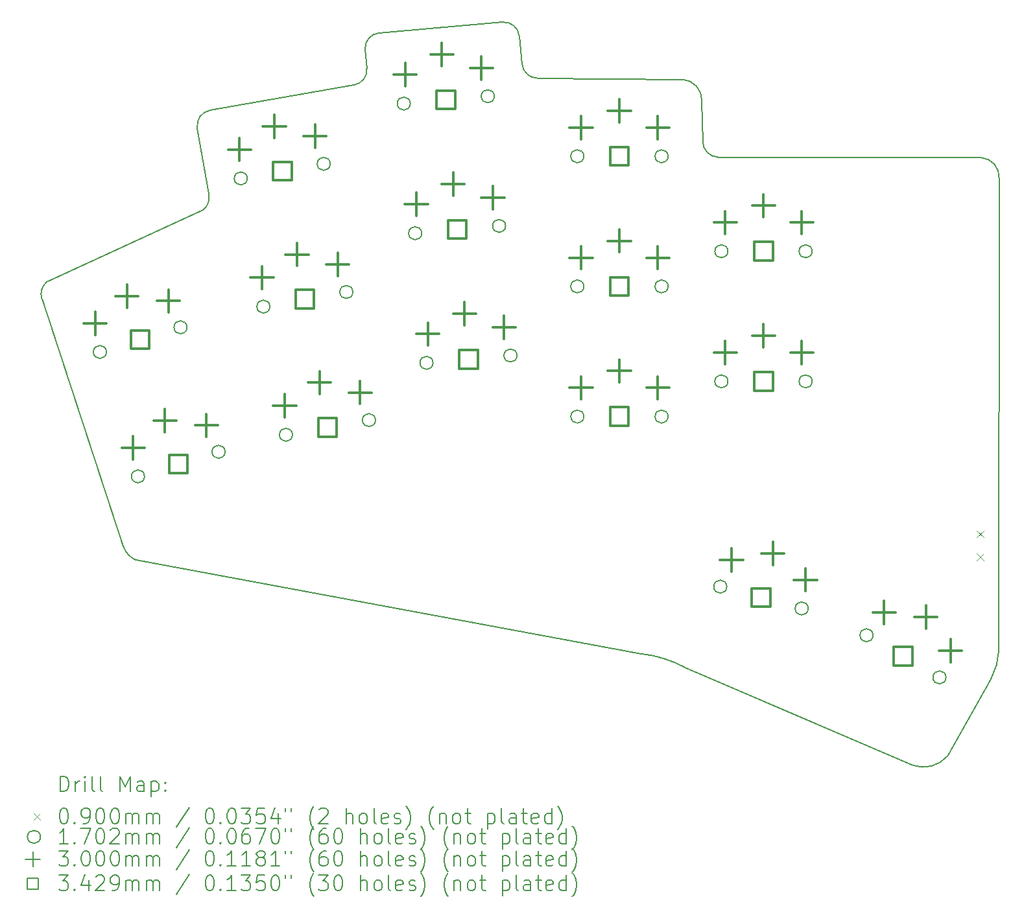
<source format=gbr>
%FSLAX45Y45*%
G04 Gerber Fmt 4.5, Leading zero omitted, Abs format (unit mm)*
G04 Created by KiCad (PCBNEW (6.0.4)) date 2022-05-15 06:42:23*
%MOMM*%
%LPD*%
G01*
G04 APERTURE LIST*
%TA.AperFunction,Profile*%
%ADD10C,0.150000*%
%TD*%
%ADD11C,0.200000*%
%ADD12C,0.090000*%
%ADD13C,0.170180*%
%ADD14C,0.300000*%
%ADD15C,0.342900*%
G04 APERTURE END LIST*
D10*
X6193308Y11268038D02*
X8077793Y11600323D01*
X12617390Y11393371D02*
G75*
G03*
X12363394Y11672771I-271530J8309D01*
G01*
X4064822Y9026729D02*
G75*
G03*
X4000538Y8804935I127368J-157129D01*
G01*
X4064821Y9026731D02*
X6108103Y9966950D01*
X10469953Y11689307D02*
X12363394Y11672771D01*
X12393664Y3992231D02*
G75*
G03*
X11825773Y4169035I-740934J-1379441D01*
G01*
X10270710Y11871876D02*
G75*
G03*
X10469953Y11689307I199250J17444D01*
G01*
X16260102Y10651714D02*
X12830714Y10656418D01*
X12627823Y10859110D02*
G75*
G03*
X12830714Y10656418I208327J5640D01*
G01*
X8402406Y12279469D02*
X10016242Y12420661D01*
X15374783Y2711632D02*
G75*
G03*
X15823066Y2832239I135507J389748D01*
G01*
X11825773Y4169035D02*
X5232567Y5391664D01*
X4000538Y8804935D02*
X5064080Y5574684D01*
X5064080Y5574684D02*
G75*
G03*
X5232567Y5391664I284371J92726D01*
G01*
X15374783Y2711631D02*
X12393663Y3992230D01*
X16390883Y3838022D02*
G75*
G03*
X16494826Y4216671I-780613J417878D01*
G01*
X8242303Y11814716D02*
X8220598Y12062799D01*
X6108103Y9966950D02*
G75*
G03*
X6182043Y10176232I-151733J171310D01*
G01*
X16494826Y4216671D02*
X16498230Y10381255D01*
X10232913Y12238854D02*
G75*
G03*
X10016242Y12420661I-199233J-17424D01*
G01*
X15823066Y2832239D02*
X16390883Y3838021D01*
X6031076Y11036347D02*
X6182043Y10176232D01*
X8077794Y11600323D02*
G75*
G03*
X8242303Y11814716I-34724J196957D01*
G01*
X12627819Y10859110D02*
X12617394Y11393371D01*
X16498224Y10381255D02*
G75*
G03*
X16260102Y10651714I-253545J16825D01*
G01*
X10232912Y12238854D02*
X10270714Y11871876D01*
X6193307Y11268044D02*
G75*
G03*
X6031076Y11036347I34733J-196964D01*
G01*
X8402407Y12279462D02*
G75*
G03*
X8220598Y12062799I17423J-199232D01*
G01*
D11*
D12*
X16205014Y5779462D02*
X16295014Y5689462D01*
X16295014Y5779462D02*
X16205014Y5689462D01*
X16205014Y5479462D02*
X16295014Y5389462D01*
X16295014Y5479462D02*
X16205014Y5389462D01*
D13*
X4843348Y8112192D02*
G75*
G03*
X4843348Y8112192I-85090J0D01*
G01*
X4843348Y8112192D02*
G75*
G03*
X4843348Y8112192I-85090J0D01*
G01*
X5340380Y6486474D02*
G75*
G03*
X5340380Y6486474I-85090J0D01*
G01*
X5340380Y6486474D02*
G75*
G03*
X5340380Y6486474I-85090J0D01*
G01*
X5895283Y8433801D02*
G75*
G03*
X5895283Y8433801I-85090J0D01*
G01*
X5895283Y8433801D02*
G75*
G03*
X5895283Y8433801I-85090J0D01*
G01*
X6392315Y6808083D02*
G75*
G03*
X6392315Y6808083I-85090J0D01*
G01*
X6392315Y6808083D02*
G75*
G03*
X6392315Y6808083I-85090J0D01*
G01*
X6682157Y10379000D02*
G75*
G03*
X6682157Y10379000I-85090J0D01*
G01*
X6682157Y10379000D02*
G75*
G03*
X6682157Y10379000I-85090J0D01*
G01*
X6977359Y8704827D02*
G75*
G03*
X6977359Y8704827I-85090J0D01*
G01*
X6977359Y8704827D02*
G75*
G03*
X6977359Y8704827I-85090J0D01*
G01*
X7272560Y7030654D02*
G75*
G03*
X7272560Y7030654I-85090J0D01*
G01*
X7272560Y7030654D02*
G75*
G03*
X7272560Y7030654I-85090J0D01*
G01*
X7765445Y10570013D02*
G75*
G03*
X7765445Y10570013I-85090J0D01*
G01*
X7765445Y10570013D02*
G75*
G03*
X7765445Y10570013I-85090J0D01*
G01*
X8060647Y8895840D02*
G75*
G03*
X8060647Y8895840I-85090J0D01*
G01*
X8060647Y8895840D02*
G75*
G03*
X8060647Y8895840I-85090J0D01*
G01*
X8355849Y7221667D02*
G75*
G03*
X8355849Y7221667I-85090J0D01*
G01*
X8355849Y7221667D02*
G75*
G03*
X8355849Y7221667I-85090J0D01*
G01*
X8811183Y11357012D02*
G75*
G03*
X8811183Y11357012I-85090J0D01*
G01*
X8811183Y11357012D02*
G75*
G03*
X8811183Y11357012I-85090J0D01*
G01*
X8959347Y9663481D02*
G75*
G03*
X8959347Y9663481I-85090J0D01*
G01*
X8959347Y9663481D02*
G75*
G03*
X8959347Y9663481I-85090J0D01*
G01*
X9107512Y7969950D02*
G75*
G03*
X9107512Y7969950I-85090J0D01*
G01*
X9107512Y7969950D02*
G75*
G03*
X9107512Y7969950I-85090J0D01*
G01*
X9906997Y11452883D02*
G75*
G03*
X9906997Y11452883I-85090J0D01*
G01*
X9906997Y11452883D02*
G75*
G03*
X9906997Y11452883I-85090J0D01*
G01*
X10055161Y9759352D02*
G75*
G03*
X10055161Y9759352I-85090J0D01*
G01*
X10055161Y9759352D02*
G75*
G03*
X10055161Y9759352I-85090J0D01*
G01*
X10203326Y8065821D02*
G75*
G03*
X10203326Y8065821I-85090J0D01*
G01*
X10203326Y8065821D02*
G75*
G03*
X10203326Y8065821I-85090J0D01*
G01*
X11076199Y10668602D02*
G75*
G03*
X11076199Y10668602I-85090J0D01*
G01*
X11076199Y10668602D02*
G75*
G03*
X11076199Y10668602I-85090J0D01*
G01*
X11076199Y8968602D02*
G75*
G03*
X11076199Y8968602I-85090J0D01*
G01*
X11076199Y8968602D02*
G75*
G03*
X11076199Y8968602I-85090J0D01*
G01*
X11076199Y7268602D02*
G75*
G03*
X11076199Y7268602I-85090J0D01*
G01*
X11076199Y7268602D02*
G75*
G03*
X11076199Y7268602I-85090J0D01*
G01*
X12176199Y10668602D02*
G75*
G03*
X12176199Y10668602I-85090J0D01*
G01*
X12176199Y10668602D02*
G75*
G03*
X12176199Y10668602I-85090J0D01*
G01*
X12176199Y8968602D02*
G75*
G03*
X12176199Y8968602I-85090J0D01*
G01*
X12176199Y8968602D02*
G75*
G03*
X12176199Y8968602I-85090J0D01*
G01*
X12176199Y7268602D02*
G75*
G03*
X12176199Y7268602I-85090J0D01*
G01*
X12176199Y7268602D02*
G75*
G03*
X12176199Y7268602I-85090J0D01*
G01*
X12942935Y5046224D02*
G75*
G03*
X12942935Y5046224I-85090J0D01*
G01*
X12942935Y5046224D02*
G75*
G03*
X12942935Y5046224I-85090J0D01*
G01*
X12956918Y9427885D02*
G75*
G03*
X12956918Y9427885I-85090J0D01*
G01*
X12956918Y9427885D02*
G75*
G03*
X12956918Y9427885I-85090J0D01*
G01*
X12956918Y7727885D02*
G75*
G03*
X12956918Y7727885I-85090J0D01*
G01*
X12956918Y7727885D02*
G75*
G03*
X12956918Y7727885I-85090J0D01*
G01*
X14005454Y4761523D02*
G75*
G03*
X14005454Y4761523I-85090J0D01*
G01*
X14005454Y4761523D02*
G75*
G03*
X14005454Y4761523I-85090J0D01*
G01*
X14056918Y9427885D02*
G75*
G03*
X14056918Y9427885I-85090J0D01*
G01*
X14056918Y9427885D02*
G75*
G03*
X14056918Y9427885I-85090J0D01*
G01*
X14056918Y7727885D02*
G75*
G03*
X14056918Y7727885I-85090J0D01*
G01*
X14056918Y7727885D02*
G75*
G03*
X14056918Y7727885I-85090J0D01*
G01*
X14851640Y4411021D02*
G75*
G03*
X14851640Y4411021I-85090J0D01*
G01*
X14851640Y4411021D02*
G75*
G03*
X14851640Y4411021I-85090J0D01*
G01*
X15804268Y3861021D02*
G75*
G03*
X15804268Y3861021I-85090J0D01*
G01*
X15804268Y3861021D02*
G75*
G03*
X15804268Y3861021I-85090J0D01*
G01*
D14*
X4696434Y8635425D02*
X4696434Y8335425D01*
X4546434Y8485425D02*
X4846434Y8485425D01*
X5110265Y8991998D02*
X5110265Y8691998D01*
X4960265Y8841998D02*
X5260265Y8841998D01*
X5110265Y8991998D02*
X5110265Y8691998D01*
X4960265Y8841998D02*
X5260265Y8841998D01*
X5193466Y7009707D02*
X5193466Y6709707D01*
X5043466Y6859707D02*
X5343466Y6859707D01*
X5607297Y7366279D02*
X5607297Y7066279D01*
X5457297Y7216279D02*
X5757297Y7216279D01*
X5607297Y7366279D02*
X5607297Y7066279D01*
X5457297Y7216279D02*
X5757297Y7216279D01*
X5652739Y8927796D02*
X5652739Y8627796D01*
X5502739Y8777796D02*
X5802739Y8777796D01*
X6149771Y7302078D02*
X6149771Y7002078D01*
X5999771Y7152078D02*
X6299771Y7152078D01*
X6581189Y10906986D02*
X6581189Y10606986D01*
X6431189Y10756986D02*
X6731189Y10756986D01*
X6876391Y9232812D02*
X6876391Y8932812D01*
X6726391Y9082812D02*
X7026391Y9082812D01*
X7035390Y11210467D02*
X7035390Y10910467D01*
X6885390Y11060467D02*
X7185390Y11060467D01*
X7035390Y11210467D02*
X7035390Y10910467D01*
X6885390Y11060467D02*
X7185390Y11060467D01*
X7171593Y7558639D02*
X7171593Y7258639D01*
X7021593Y7408639D02*
X7321593Y7408639D01*
X7330592Y9536294D02*
X7330592Y9236294D01*
X7180592Y9386294D02*
X7480592Y9386294D01*
X7330592Y9536294D02*
X7330592Y9236294D01*
X7180592Y9386294D02*
X7480592Y9386294D01*
X7565997Y11080634D02*
X7565997Y10780634D01*
X7415997Y10930634D02*
X7715997Y10930634D01*
X7625794Y7862121D02*
X7625794Y7562121D01*
X7475794Y7712121D02*
X7775794Y7712121D01*
X7625794Y7862121D02*
X7625794Y7562121D01*
X7475794Y7712121D02*
X7775794Y7712121D01*
X7861199Y9406461D02*
X7861199Y9106461D01*
X7711199Y9256461D02*
X8011199Y9256461D01*
X8156401Y7732287D02*
X8156401Y7432287D01*
X8006401Y7582287D02*
X8306401Y7582287D01*
X8743219Y11884943D02*
X8743219Y11584943D01*
X8593219Y11734943D02*
X8893219Y11734943D01*
X8891384Y10191412D02*
X8891384Y9891412D01*
X8741384Y10041412D02*
X9041384Y10041412D01*
X9039548Y8497881D02*
X9039548Y8197881D01*
X8889548Y8347881D02*
X9189548Y8347881D01*
X9222142Y12147683D02*
X9222142Y11847683D01*
X9072142Y11997683D02*
X9372142Y11997683D01*
X9222142Y12147683D02*
X9222142Y11847683D01*
X9072142Y11997683D02*
X9372142Y11997683D01*
X9370307Y10454153D02*
X9370307Y10154153D01*
X9220307Y10304153D02*
X9520307Y10304153D01*
X9370307Y10454153D02*
X9370307Y10154153D01*
X9220307Y10304153D02*
X9520307Y10304153D01*
X9518471Y8760622D02*
X9518471Y8460622D01*
X9368471Y8610622D02*
X9668471Y8610622D01*
X9518471Y8760622D02*
X9518471Y8460622D01*
X9368471Y8610622D02*
X9668471Y8610622D01*
X9739414Y11972099D02*
X9739414Y11672099D01*
X9589414Y11822099D02*
X9889414Y11822099D01*
X9887578Y10278568D02*
X9887578Y9978568D01*
X9737578Y10128568D02*
X10037578Y10128568D01*
X10035743Y8585037D02*
X10035743Y8285037D01*
X9885743Y8435037D02*
X10185743Y8435037D01*
X11041109Y11193602D02*
X11041109Y10893602D01*
X10891109Y11043602D02*
X11191109Y11043602D01*
X11041109Y9493602D02*
X11041109Y9193602D01*
X10891109Y9343602D02*
X11191109Y9343602D01*
X11041109Y7793602D02*
X11041109Y7493602D01*
X10891109Y7643602D02*
X11191109Y7643602D01*
X11541109Y11413602D02*
X11541109Y11113602D01*
X11391109Y11263602D02*
X11691109Y11263602D01*
X11541109Y11413602D02*
X11541109Y11113602D01*
X11391109Y11263602D02*
X11691109Y11263602D01*
X11541109Y9713602D02*
X11541109Y9413602D01*
X11391109Y9563602D02*
X11691109Y9563602D01*
X11541109Y9713602D02*
X11541109Y9413602D01*
X11391109Y9563602D02*
X11691109Y9563602D01*
X11541109Y8013602D02*
X11541109Y7713602D01*
X11391109Y7863602D02*
X11691109Y7863602D01*
X11541109Y8013602D02*
X11541109Y7713602D01*
X11391109Y7863602D02*
X11691109Y7863602D01*
X12041109Y11193602D02*
X12041109Y10893602D01*
X11891109Y11043602D02*
X12191109Y11043602D01*
X12041109Y9493602D02*
X12041109Y9193602D01*
X11891109Y9343602D02*
X12191109Y9343602D01*
X12041109Y7793602D02*
X12041109Y7493602D01*
X11891109Y7643602D02*
X12191109Y7643602D01*
X12921828Y9952885D02*
X12921828Y9652885D01*
X12771828Y9802885D02*
X13071828Y9802885D01*
X12921828Y8252885D02*
X12921828Y7952885D01*
X12771828Y8102885D02*
X13071828Y8102885D01*
X13003199Y5545506D02*
X13003199Y5245506D01*
X12853199Y5395506D02*
X13153199Y5395506D01*
X13421828Y10172885D02*
X13421828Y9872885D01*
X13271828Y10022885D02*
X13571828Y10022885D01*
X13421828Y10172885D02*
X13421828Y9872885D01*
X13271828Y10022885D02*
X13571828Y10022885D01*
X13421828Y8472885D02*
X13421828Y8172885D01*
X13271828Y8322885D02*
X13571828Y8322885D01*
X13421828Y8472885D02*
X13421828Y8172885D01*
X13271828Y8322885D02*
X13571828Y8322885D01*
X13543102Y5628600D02*
X13543102Y5328600D01*
X13393102Y5478600D02*
X13693102Y5478600D01*
X13543102Y5628600D02*
X13543102Y5328600D01*
X13393102Y5478600D02*
X13693102Y5478600D01*
X13921828Y9952885D02*
X13921828Y9652885D01*
X13771828Y9802885D02*
X14071828Y9802885D01*
X13921828Y8252885D02*
X13921828Y7952885D01*
X13771828Y8102885D02*
X14071828Y8102885D01*
X13969125Y5286687D02*
X13969125Y4986687D01*
X13819125Y5136687D02*
X14119125Y5136687D01*
X14997352Y4860781D02*
X14997352Y4560781D01*
X14847352Y4710781D02*
X15147352Y4710781D01*
X15540364Y4801306D02*
X15540364Y4501306D01*
X15390364Y4651306D02*
X15690364Y4651306D01*
X15540364Y4801306D02*
X15540364Y4501306D01*
X15390364Y4651306D02*
X15690364Y4651306D01*
X15863377Y4360781D02*
X15863377Y4060781D01*
X15713377Y4210781D02*
X16013377Y4210781D01*
D15*
X5405461Y8151762D02*
X5405461Y8394231D01*
X5162991Y8394231D01*
X5162991Y8151762D01*
X5405461Y8151762D01*
X5405461Y8151762D02*
X5405461Y8394231D01*
X5162991Y8394231D01*
X5162991Y8151762D01*
X5405461Y8151762D01*
X5902492Y6526044D02*
X5902492Y6768513D01*
X5660023Y6768513D01*
X5660023Y6526044D01*
X5902492Y6526044D01*
X5902492Y6526044D02*
X5902492Y6768513D01*
X5660023Y6768513D01*
X5660023Y6526044D01*
X5902492Y6526044D01*
X7259946Y10353272D02*
X7259946Y10595741D01*
X7017476Y10595741D01*
X7017476Y10353272D01*
X7259946Y10353272D01*
X7259946Y10353272D02*
X7259946Y10595741D01*
X7017476Y10595741D01*
X7017476Y10353272D01*
X7259946Y10353272D01*
X7555147Y8679099D02*
X7555147Y8921568D01*
X7312678Y8921568D01*
X7312678Y8679099D01*
X7555147Y8679099D01*
X7555147Y8679099D02*
X7555147Y8921568D01*
X7312678Y8921568D01*
X7312678Y8679099D01*
X7555147Y8679099D01*
X7850349Y7004926D02*
X7850349Y7247395D01*
X7607880Y7247395D01*
X7607880Y7004926D01*
X7850349Y7004926D01*
X7850349Y7004926D02*
X7850349Y7247395D01*
X7607880Y7247395D01*
X7607880Y7004926D01*
X7850349Y7004926D01*
X9395234Y11283713D02*
X9395234Y11526182D01*
X9152765Y11526182D01*
X9152765Y11283713D01*
X9395234Y11283713D01*
X9395234Y11283713D02*
X9395234Y11526182D01*
X9152765Y11526182D01*
X9152765Y11283713D01*
X9395234Y11283713D01*
X9543399Y9590182D02*
X9543399Y9832651D01*
X9300930Y9832651D01*
X9300930Y9590182D01*
X9543399Y9590182D01*
X9543399Y9590182D02*
X9543399Y9832651D01*
X9300930Y9832651D01*
X9300930Y9590182D01*
X9543399Y9590182D01*
X9691564Y7896651D02*
X9691564Y8139120D01*
X9449095Y8139120D01*
X9449095Y7896651D01*
X9691564Y7896651D01*
X9691564Y7896651D02*
X9691564Y8139120D01*
X9449095Y8139120D01*
X9449095Y7896651D01*
X9691564Y7896651D01*
X11662343Y10547367D02*
X11662343Y10789836D01*
X11419874Y10789836D01*
X11419874Y10547367D01*
X11662343Y10547367D01*
X11662343Y10547367D02*
X11662343Y10789836D01*
X11419874Y10789836D01*
X11419874Y10547367D01*
X11662343Y10547367D01*
X11662343Y8847367D02*
X11662343Y9089836D01*
X11419874Y9089836D01*
X11419874Y8847367D01*
X11662343Y8847367D01*
X11662343Y8847367D02*
X11662343Y9089836D01*
X11419874Y9089836D01*
X11419874Y8847367D01*
X11662343Y8847367D01*
X11662343Y7147367D02*
X11662343Y7389836D01*
X11419874Y7389836D01*
X11419874Y7147367D01*
X11662343Y7147367D01*
X11662343Y7147367D02*
X11662343Y7389836D01*
X11419874Y7389836D01*
X11419874Y7147367D01*
X11662343Y7147367D01*
X13510339Y4782639D02*
X13510339Y5025108D01*
X13267870Y5025108D01*
X13267870Y4782639D01*
X13510339Y4782639D01*
X13510339Y4782639D02*
X13510339Y5025108D01*
X13267870Y5025108D01*
X13267870Y4782639D01*
X13510339Y4782639D01*
X13543063Y9306651D02*
X13543063Y9549120D01*
X13300593Y9549120D01*
X13300593Y9306651D01*
X13543063Y9306651D01*
X13543063Y9306651D02*
X13543063Y9549120D01*
X13300593Y9549120D01*
X13300593Y9306651D01*
X13543063Y9306651D01*
X13543063Y7606651D02*
X13543063Y7849120D01*
X13300593Y7849120D01*
X13300593Y7606651D01*
X13543063Y7606651D01*
X13543063Y7606651D02*
X13543063Y7849120D01*
X13300593Y7849120D01*
X13300593Y7606651D01*
X13543063Y7606651D01*
X15364099Y4014787D02*
X15364099Y4257256D01*
X15121630Y4257256D01*
X15121630Y4014787D01*
X15364099Y4014787D01*
X15364099Y4014787D02*
X15364099Y4257256D01*
X15121630Y4257256D01*
X15121630Y4014787D01*
X15364099Y4014787D01*
D11*
X4240042Y2370771D02*
X4240042Y2570771D01*
X4287661Y2570771D01*
X4316233Y2561248D01*
X4335280Y2542200D01*
X4344804Y2523152D01*
X4354328Y2485057D01*
X4354328Y2456486D01*
X4344804Y2418390D01*
X4335280Y2399343D01*
X4316233Y2380295D01*
X4287661Y2370771D01*
X4240042Y2370771D01*
X4440042Y2370771D02*
X4440042Y2504105D01*
X4440042Y2466010D02*
X4449566Y2485057D01*
X4459090Y2494581D01*
X4478137Y2504105D01*
X4497185Y2504105D01*
X4563852Y2370771D02*
X4563852Y2504105D01*
X4563852Y2570771D02*
X4554328Y2561248D01*
X4563852Y2551724D01*
X4573375Y2561248D01*
X4563852Y2570771D01*
X4563852Y2551724D01*
X4687661Y2370771D02*
X4668614Y2380295D01*
X4659090Y2399343D01*
X4659090Y2570771D01*
X4792423Y2370771D02*
X4773375Y2380295D01*
X4763852Y2399343D01*
X4763852Y2570771D01*
X5020995Y2370771D02*
X5020995Y2570771D01*
X5087661Y2427914D01*
X5154328Y2570771D01*
X5154328Y2370771D01*
X5335280Y2370771D02*
X5335280Y2475533D01*
X5325756Y2494581D01*
X5306709Y2504105D01*
X5268614Y2504105D01*
X5249566Y2494581D01*
X5335280Y2380295D02*
X5316233Y2370771D01*
X5268614Y2370771D01*
X5249566Y2380295D01*
X5240042Y2399343D01*
X5240042Y2418390D01*
X5249566Y2437438D01*
X5268614Y2446962D01*
X5316233Y2446962D01*
X5335280Y2456486D01*
X5430518Y2504105D02*
X5430518Y2304105D01*
X5430518Y2494581D02*
X5449566Y2504105D01*
X5487661Y2504105D01*
X5506709Y2494581D01*
X5516233Y2485057D01*
X5525756Y2466010D01*
X5525756Y2408867D01*
X5516233Y2389819D01*
X5506709Y2380295D01*
X5487661Y2370771D01*
X5449566Y2370771D01*
X5430518Y2380295D01*
X5611471Y2389819D02*
X5620994Y2380295D01*
X5611471Y2370771D01*
X5601947Y2380295D01*
X5611471Y2389819D01*
X5611471Y2370771D01*
X5611471Y2494581D02*
X5620994Y2485057D01*
X5611471Y2475533D01*
X5601947Y2485057D01*
X5611471Y2494581D01*
X5611471Y2475533D01*
D12*
X3892423Y2086248D02*
X3982423Y1996248D01*
X3982423Y2086248D02*
X3892423Y1996248D01*
D11*
X4278137Y2150771D02*
X4297185Y2150771D01*
X4316233Y2141248D01*
X4325756Y2131724D01*
X4335280Y2112676D01*
X4344804Y2074581D01*
X4344804Y2026962D01*
X4335280Y1988867D01*
X4325756Y1969819D01*
X4316233Y1960295D01*
X4297185Y1950771D01*
X4278137Y1950771D01*
X4259090Y1960295D01*
X4249566Y1969819D01*
X4240042Y1988867D01*
X4230518Y2026962D01*
X4230518Y2074581D01*
X4240042Y2112676D01*
X4249566Y2131724D01*
X4259090Y2141248D01*
X4278137Y2150771D01*
X4430518Y1969819D02*
X4440042Y1960295D01*
X4430518Y1950771D01*
X4420995Y1960295D01*
X4430518Y1969819D01*
X4430518Y1950771D01*
X4535280Y1950771D02*
X4573375Y1950771D01*
X4592423Y1960295D01*
X4601947Y1969819D01*
X4620995Y1998390D01*
X4630518Y2036486D01*
X4630518Y2112676D01*
X4620995Y2131724D01*
X4611471Y2141248D01*
X4592423Y2150771D01*
X4554328Y2150771D01*
X4535280Y2141248D01*
X4525756Y2131724D01*
X4516233Y2112676D01*
X4516233Y2065057D01*
X4525756Y2046009D01*
X4535280Y2036486D01*
X4554328Y2026962D01*
X4592423Y2026962D01*
X4611471Y2036486D01*
X4620995Y2046009D01*
X4630518Y2065057D01*
X4754328Y2150771D02*
X4773375Y2150771D01*
X4792423Y2141248D01*
X4801947Y2131724D01*
X4811471Y2112676D01*
X4820995Y2074581D01*
X4820995Y2026962D01*
X4811471Y1988867D01*
X4801947Y1969819D01*
X4792423Y1960295D01*
X4773375Y1950771D01*
X4754328Y1950771D01*
X4735280Y1960295D01*
X4725756Y1969819D01*
X4716233Y1988867D01*
X4706709Y2026962D01*
X4706709Y2074581D01*
X4716233Y2112676D01*
X4725756Y2131724D01*
X4735280Y2141248D01*
X4754328Y2150771D01*
X4944804Y2150771D02*
X4963852Y2150771D01*
X4982899Y2141248D01*
X4992423Y2131724D01*
X5001947Y2112676D01*
X5011471Y2074581D01*
X5011471Y2026962D01*
X5001947Y1988867D01*
X4992423Y1969819D01*
X4982899Y1960295D01*
X4963852Y1950771D01*
X4944804Y1950771D01*
X4925756Y1960295D01*
X4916233Y1969819D01*
X4906709Y1988867D01*
X4897185Y2026962D01*
X4897185Y2074581D01*
X4906709Y2112676D01*
X4916233Y2131724D01*
X4925756Y2141248D01*
X4944804Y2150771D01*
X5097185Y1950771D02*
X5097185Y2084105D01*
X5097185Y2065057D02*
X5106709Y2074581D01*
X5125756Y2084105D01*
X5154328Y2084105D01*
X5173375Y2074581D01*
X5182899Y2055533D01*
X5182899Y1950771D01*
X5182899Y2055533D02*
X5192423Y2074581D01*
X5211471Y2084105D01*
X5240042Y2084105D01*
X5259090Y2074581D01*
X5268614Y2055533D01*
X5268614Y1950771D01*
X5363852Y1950771D02*
X5363852Y2084105D01*
X5363852Y2065057D02*
X5373375Y2074581D01*
X5392423Y2084105D01*
X5420995Y2084105D01*
X5440042Y2074581D01*
X5449566Y2055533D01*
X5449566Y1950771D01*
X5449566Y2055533D02*
X5459090Y2074581D01*
X5478137Y2084105D01*
X5506709Y2084105D01*
X5525756Y2074581D01*
X5535280Y2055533D01*
X5535280Y1950771D01*
X5925756Y2160295D02*
X5754328Y1903152D01*
X6182899Y2150771D02*
X6201947Y2150771D01*
X6220994Y2141248D01*
X6230518Y2131724D01*
X6240042Y2112676D01*
X6249566Y2074581D01*
X6249566Y2026962D01*
X6240042Y1988867D01*
X6230518Y1969819D01*
X6220994Y1960295D01*
X6201947Y1950771D01*
X6182899Y1950771D01*
X6163852Y1960295D01*
X6154328Y1969819D01*
X6144804Y1988867D01*
X6135280Y2026962D01*
X6135280Y2074581D01*
X6144804Y2112676D01*
X6154328Y2131724D01*
X6163852Y2141248D01*
X6182899Y2150771D01*
X6335280Y1969819D02*
X6344804Y1960295D01*
X6335280Y1950771D01*
X6325756Y1960295D01*
X6335280Y1969819D01*
X6335280Y1950771D01*
X6468613Y2150771D02*
X6487661Y2150771D01*
X6506709Y2141248D01*
X6516233Y2131724D01*
X6525756Y2112676D01*
X6535280Y2074581D01*
X6535280Y2026962D01*
X6525756Y1988867D01*
X6516233Y1969819D01*
X6506709Y1960295D01*
X6487661Y1950771D01*
X6468613Y1950771D01*
X6449566Y1960295D01*
X6440042Y1969819D01*
X6430518Y1988867D01*
X6420994Y2026962D01*
X6420994Y2074581D01*
X6430518Y2112676D01*
X6440042Y2131724D01*
X6449566Y2141248D01*
X6468613Y2150771D01*
X6601947Y2150771D02*
X6725756Y2150771D01*
X6659090Y2074581D01*
X6687661Y2074581D01*
X6706709Y2065057D01*
X6716233Y2055533D01*
X6725756Y2036486D01*
X6725756Y1988867D01*
X6716233Y1969819D01*
X6706709Y1960295D01*
X6687661Y1950771D01*
X6630518Y1950771D01*
X6611471Y1960295D01*
X6601947Y1969819D01*
X6906709Y2150771D02*
X6811471Y2150771D01*
X6801947Y2055533D01*
X6811471Y2065057D01*
X6830518Y2074581D01*
X6878137Y2074581D01*
X6897185Y2065057D01*
X6906709Y2055533D01*
X6916233Y2036486D01*
X6916233Y1988867D01*
X6906709Y1969819D01*
X6897185Y1960295D01*
X6878137Y1950771D01*
X6830518Y1950771D01*
X6811471Y1960295D01*
X6801947Y1969819D01*
X7087661Y2084105D02*
X7087661Y1950771D01*
X7040042Y2160295D02*
X6992423Y2017438D01*
X7116233Y2017438D01*
X7182899Y2150771D02*
X7182899Y2112676D01*
X7259090Y2150771D02*
X7259090Y2112676D01*
X7554328Y1874581D02*
X7544804Y1884105D01*
X7525756Y1912676D01*
X7516233Y1931724D01*
X7506709Y1960295D01*
X7497185Y2007914D01*
X7497185Y2046009D01*
X7506709Y2093628D01*
X7516233Y2122200D01*
X7525756Y2141248D01*
X7544804Y2169819D01*
X7554328Y2179343D01*
X7620994Y2131724D02*
X7630518Y2141248D01*
X7649566Y2150771D01*
X7697185Y2150771D01*
X7716233Y2141248D01*
X7725756Y2131724D01*
X7735280Y2112676D01*
X7735280Y2093628D01*
X7725756Y2065057D01*
X7611471Y1950771D01*
X7735280Y1950771D01*
X7973375Y1950771D02*
X7973375Y2150771D01*
X8059090Y1950771D02*
X8059090Y2055533D01*
X8049566Y2074581D01*
X8030518Y2084105D01*
X8001947Y2084105D01*
X7982899Y2074581D01*
X7973375Y2065057D01*
X8182899Y1950771D02*
X8163852Y1960295D01*
X8154328Y1969819D01*
X8144804Y1988867D01*
X8144804Y2046009D01*
X8154328Y2065057D01*
X8163852Y2074581D01*
X8182899Y2084105D01*
X8211471Y2084105D01*
X8230518Y2074581D01*
X8240042Y2065057D01*
X8249566Y2046009D01*
X8249566Y1988867D01*
X8240042Y1969819D01*
X8230518Y1960295D01*
X8211471Y1950771D01*
X8182899Y1950771D01*
X8363852Y1950771D02*
X8344804Y1960295D01*
X8335280Y1979343D01*
X8335280Y2150771D01*
X8516233Y1960295D02*
X8497185Y1950771D01*
X8459090Y1950771D01*
X8440042Y1960295D01*
X8430518Y1979343D01*
X8430518Y2055533D01*
X8440042Y2074581D01*
X8459090Y2084105D01*
X8497185Y2084105D01*
X8516233Y2074581D01*
X8525756Y2055533D01*
X8525756Y2036486D01*
X8430518Y2017438D01*
X8601947Y1960295D02*
X8620995Y1950771D01*
X8659090Y1950771D01*
X8678137Y1960295D01*
X8687661Y1979343D01*
X8687661Y1988867D01*
X8678137Y2007914D01*
X8659090Y2017438D01*
X8630518Y2017438D01*
X8611471Y2026962D01*
X8601947Y2046009D01*
X8601947Y2055533D01*
X8611471Y2074581D01*
X8630518Y2084105D01*
X8659090Y2084105D01*
X8678137Y2074581D01*
X8754328Y1874581D02*
X8763852Y1884105D01*
X8782899Y1912676D01*
X8792423Y1931724D01*
X8801947Y1960295D01*
X8811471Y2007914D01*
X8811471Y2046009D01*
X8801947Y2093628D01*
X8792423Y2122200D01*
X8782899Y2141248D01*
X8763852Y2169819D01*
X8754328Y2179343D01*
X9116233Y1874581D02*
X9106709Y1884105D01*
X9087661Y1912676D01*
X9078137Y1931724D01*
X9068614Y1960295D01*
X9059090Y2007914D01*
X9059090Y2046009D01*
X9068614Y2093628D01*
X9078137Y2122200D01*
X9087661Y2141248D01*
X9106709Y2169819D01*
X9116233Y2179343D01*
X9192423Y2084105D02*
X9192423Y1950771D01*
X9192423Y2065057D02*
X9201947Y2074581D01*
X9220995Y2084105D01*
X9249566Y2084105D01*
X9268614Y2074581D01*
X9278137Y2055533D01*
X9278137Y1950771D01*
X9401947Y1950771D02*
X9382899Y1960295D01*
X9373375Y1969819D01*
X9363852Y1988867D01*
X9363852Y2046009D01*
X9373375Y2065057D01*
X9382899Y2074581D01*
X9401947Y2084105D01*
X9430518Y2084105D01*
X9449566Y2074581D01*
X9459090Y2065057D01*
X9468614Y2046009D01*
X9468614Y1988867D01*
X9459090Y1969819D01*
X9449566Y1960295D01*
X9430518Y1950771D01*
X9401947Y1950771D01*
X9525756Y2084105D02*
X9601947Y2084105D01*
X9554328Y2150771D02*
X9554328Y1979343D01*
X9563852Y1960295D01*
X9582899Y1950771D01*
X9601947Y1950771D01*
X9820995Y2084105D02*
X9820995Y1884105D01*
X9820995Y2074581D02*
X9840042Y2084105D01*
X9878137Y2084105D01*
X9897185Y2074581D01*
X9906709Y2065057D01*
X9916233Y2046009D01*
X9916233Y1988867D01*
X9906709Y1969819D01*
X9897185Y1960295D01*
X9878137Y1950771D01*
X9840042Y1950771D01*
X9820995Y1960295D01*
X10030518Y1950771D02*
X10011471Y1960295D01*
X10001947Y1979343D01*
X10001947Y2150771D01*
X10192423Y1950771D02*
X10192423Y2055533D01*
X10182899Y2074581D01*
X10163852Y2084105D01*
X10125756Y2084105D01*
X10106709Y2074581D01*
X10192423Y1960295D02*
X10173375Y1950771D01*
X10125756Y1950771D01*
X10106709Y1960295D01*
X10097185Y1979343D01*
X10097185Y1998390D01*
X10106709Y2017438D01*
X10125756Y2026962D01*
X10173375Y2026962D01*
X10192423Y2036486D01*
X10259090Y2084105D02*
X10335280Y2084105D01*
X10287661Y2150771D02*
X10287661Y1979343D01*
X10297185Y1960295D01*
X10316233Y1950771D01*
X10335280Y1950771D01*
X10478137Y1960295D02*
X10459090Y1950771D01*
X10420995Y1950771D01*
X10401947Y1960295D01*
X10392423Y1979343D01*
X10392423Y2055533D01*
X10401947Y2074581D01*
X10420995Y2084105D01*
X10459090Y2084105D01*
X10478137Y2074581D01*
X10487661Y2055533D01*
X10487661Y2036486D01*
X10392423Y2017438D01*
X10659090Y1950771D02*
X10659090Y2150771D01*
X10659090Y1960295D02*
X10640042Y1950771D01*
X10601947Y1950771D01*
X10582899Y1960295D01*
X10573375Y1969819D01*
X10563852Y1988867D01*
X10563852Y2046009D01*
X10573375Y2065057D01*
X10582899Y2074581D01*
X10601947Y2084105D01*
X10640042Y2084105D01*
X10659090Y2074581D01*
X10735280Y1874581D02*
X10744804Y1884105D01*
X10763852Y1912676D01*
X10773375Y1931724D01*
X10782899Y1960295D01*
X10792423Y2007914D01*
X10792423Y2046009D01*
X10782899Y2093628D01*
X10773375Y2122200D01*
X10763852Y2141248D01*
X10744804Y2169819D01*
X10735280Y2179343D01*
D13*
X3982423Y1777248D02*
G75*
G03*
X3982423Y1777248I-85090J0D01*
G01*
D11*
X4344804Y1686771D02*
X4230518Y1686771D01*
X4287661Y1686771D02*
X4287661Y1886771D01*
X4268614Y1858200D01*
X4249566Y1839152D01*
X4230518Y1829628D01*
X4430518Y1705819D02*
X4440042Y1696295D01*
X4430518Y1686771D01*
X4420995Y1696295D01*
X4430518Y1705819D01*
X4430518Y1686771D01*
X4506709Y1886771D02*
X4640042Y1886771D01*
X4554328Y1686771D01*
X4754328Y1886771D02*
X4773375Y1886771D01*
X4792423Y1877248D01*
X4801947Y1867724D01*
X4811471Y1848676D01*
X4820995Y1810581D01*
X4820995Y1762962D01*
X4811471Y1724867D01*
X4801947Y1705819D01*
X4792423Y1696295D01*
X4773375Y1686771D01*
X4754328Y1686771D01*
X4735280Y1696295D01*
X4725756Y1705819D01*
X4716233Y1724867D01*
X4706709Y1762962D01*
X4706709Y1810581D01*
X4716233Y1848676D01*
X4725756Y1867724D01*
X4735280Y1877248D01*
X4754328Y1886771D01*
X4897185Y1867724D02*
X4906709Y1877248D01*
X4925756Y1886771D01*
X4973375Y1886771D01*
X4992423Y1877248D01*
X5001947Y1867724D01*
X5011471Y1848676D01*
X5011471Y1829628D01*
X5001947Y1801057D01*
X4887661Y1686771D01*
X5011471Y1686771D01*
X5097185Y1686771D02*
X5097185Y1820105D01*
X5097185Y1801057D02*
X5106709Y1810581D01*
X5125756Y1820105D01*
X5154328Y1820105D01*
X5173375Y1810581D01*
X5182899Y1791533D01*
X5182899Y1686771D01*
X5182899Y1791533D02*
X5192423Y1810581D01*
X5211471Y1820105D01*
X5240042Y1820105D01*
X5259090Y1810581D01*
X5268614Y1791533D01*
X5268614Y1686771D01*
X5363852Y1686771D02*
X5363852Y1820105D01*
X5363852Y1801057D02*
X5373375Y1810581D01*
X5392423Y1820105D01*
X5420995Y1820105D01*
X5440042Y1810581D01*
X5449566Y1791533D01*
X5449566Y1686771D01*
X5449566Y1791533D02*
X5459090Y1810581D01*
X5478137Y1820105D01*
X5506709Y1820105D01*
X5525756Y1810581D01*
X5535280Y1791533D01*
X5535280Y1686771D01*
X5925756Y1896295D02*
X5754328Y1639152D01*
X6182899Y1886771D02*
X6201947Y1886771D01*
X6220994Y1877248D01*
X6230518Y1867724D01*
X6240042Y1848676D01*
X6249566Y1810581D01*
X6249566Y1762962D01*
X6240042Y1724867D01*
X6230518Y1705819D01*
X6220994Y1696295D01*
X6201947Y1686771D01*
X6182899Y1686771D01*
X6163852Y1696295D01*
X6154328Y1705819D01*
X6144804Y1724867D01*
X6135280Y1762962D01*
X6135280Y1810581D01*
X6144804Y1848676D01*
X6154328Y1867724D01*
X6163852Y1877248D01*
X6182899Y1886771D01*
X6335280Y1705819D02*
X6344804Y1696295D01*
X6335280Y1686771D01*
X6325756Y1696295D01*
X6335280Y1705819D01*
X6335280Y1686771D01*
X6468613Y1886771D02*
X6487661Y1886771D01*
X6506709Y1877248D01*
X6516233Y1867724D01*
X6525756Y1848676D01*
X6535280Y1810581D01*
X6535280Y1762962D01*
X6525756Y1724867D01*
X6516233Y1705819D01*
X6506709Y1696295D01*
X6487661Y1686771D01*
X6468613Y1686771D01*
X6449566Y1696295D01*
X6440042Y1705819D01*
X6430518Y1724867D01*
X6420994Y1762962D01*
X6420994Y1810581D01*
X6430518Y1848676D01*
X6440042Y1867724D01*
X6449566Y1877248D01*
X6468613Y1886771D01*
X6706709Y1886771D02*
X6668613Y1886771D01*
X6649566Y1877248D01*
X6640042Y1867724D01*
X6620994Y1839152D01*
X6611471Y1801057D01*
X6611471Y1724867D01*
X6620994Y1705819D01*
X6630518Y1696295D01*
X6649566Y1686771D01*
X6687661Y1686771D01*
X6706709Y1696295D01*
X6716233Y1705819D01*
X6725756Y1724867D01*
X6725756Y1772486D01*
X6716233Y1791533D01*
X6706709Y1801057D01*
X6687661Y1810581D01*
X6649566Y1810581D01*
X6630518Y1801057D01*
X6620994Y1791533D01*
X6611471Y1772486D01*
X6792423Y1886771D02*
X6925756Y1886771D01*
X6840042Y1686771D01*
X7040042Y1886771D02*
X7059090Y1886771D01*
X7078137Y1877248D01*
X7087661Y1867724D01*
X7097185Y1848676D01*
X7106709Y1810581D01*
X7106709Y1762962D01*
X7097185Y1724867D01*
X7087661Y1705819D01*
X7078137Y1696295D01*
X7059090Y1686771D01*
X7040042Y1686771D01*
X7020994Y1696295D01*
X7011471Y1705819D01*
X7001947Y1724867D01*
X6992423Y1762962D01*
X6992423Y1810581D01*
X7001947Y1848676D01*
X7011471Y1867724D01*
X7020994Y1877248D01*
X7040042Y1886771D01*
X7182899Y1886771D02*
X7182899Y1848676D01*
X7259090Y1886771D02*
X7259090Y1848676D01*
X7554328Y1610581D02*
X7544804Y1620105D01*
X7525756Y1648676D01*
X7516233Y1667724D01*
X7506709Y1696295D01*
X7497185Y1743914D01*
X7497185Y1782009D01*
X7506709Y1829628D01*
X7516233Y1858200D01*
X7525756Y1877248D01*
X7544804Y1905819D01*
X7554328Y1915343D01*
X7716233Y1886771D02*
X7678137Y1886771D01*
X7659090Y1877248D01*
X7649566Y1867724D01*
X7630518Y1839152D01*
X7620994Y1801057D01*
X7620994Y1724867D01*
X7630518Y1705819D01*
X7640042Y1696295D01*
X7659090Y1686771D01*
X7697185Y1686771D01*
X7716233Y1696295D01*
X7725756Y1705819D01*
X7735280Y1724867D01*
X7735280Y1772486D01*
X7725756Y1791533D01*
X7716233Y1801057D01*
X7697185Y1810581D01*
X7659090Y1810581D01*
X7640042Y1801057D01*
X7630518Y1791533D01*
X7620994Y1772486D01*
X7859090Y1886771D02*
X7878137Y1886771D01*
X7897185Y1877248D01*
X7906709Y1867724D01*
X7916233Y1848676D01*
X7925756Y1810581D01*
X7925756Y1762962D01*
X7916233Y1724867D01*
X7906709Y1705819D01*
X7897185Y1696295D01*
X7878137Y1686771D01*
X7859090Y1686771D01*
X7840042Y1696295D01*
X7830518Y1705819D01*
X7820994Y1724867D01*
X7811471Y1762962D01*
X7811471Y1810581D01*
X7820994Y1848676D01*
X7830518Y1867724D01*
X7840042Y1877248D01*
X7859090Y1886771D01*
X8163852Y1686771D02*
X8163852Y1886771D01*
X8249566Y1686771D02*
X8249566Y1791533D01*
X8240042Y1810581D01*
X8220994Y1820105D01*
X8192423Y1820105D01*
X8173375Y1810581D01*
X8163852Y1801057D01*
X8373375Y1686771D02*
X8354328Y1696295D01*
X8344804Y1705819D01*
X8335280Y1724867D01*
X8335280Y1782009D01*
X8344804Y1801057D01*
X8354328Y1810581D01*
X8373375Y1820105D01*
X8401947Y1820105D01*
X8420995Y1810581D01*
X8430518Y1801057D01*
X8440042Y1782009D01*
X8440042Y1724867D01*
X8430518Y1705819D01*
X8420995Y1696295D01*
X8401947Y1686771D01*
X8373375Y1686771D01*
X8554328Y1686771D02*
X8535280Y1696295D01*
X8525756Y1715343D01*
X8525756Y1886771D01*
X8706709Y1696295D02*
X8687661Y1686771D01*
X8649566Y1686771D01*
X8630518Y1696295D01*
X8620995Y1715343D01*
X8620995Y1791533D01*
X8630518Y1810581D01*
X8649566Y1820105D01*
X8687661Y1820105D01*
X8706709Y1810581D01*
X8716233Y1791533D01*
X8716233Y1772486D01*
X8620995Y1753438D01*
X8792423Y1696295D02*
X8811471Y1686771D01*
X8849566Y1686771D01*
X8868614Y1696295D01*
X8878137Y1715343D01*
X8878137Y1724867D01*
X8868614Y1743914D01*
X8849566Y1753438D01*
X8820995Y1753438D01*
X8801947Y1762962D01*
X8792423Y1782009D01*
X8792423Y1791533D01*
X8801947Y1810581D01*
X8820995Y1820105D01*
X8849566Y1820105D01*
X8868614Y1810581D01*
X8944804Y1610581D02*
X8954328Y1620105D01*
X8973375Y1648676D01*
X8982899Y1667724D01*
X8992423Y1696295D01*
X9001947Y1743914D01*
X9001947Y1782009D01*
X8992423Y1829628D01*
X8982899Y1858200D01*
X8973375Y1877248D01*
X8954328Y1905819D01*
X8944804Y1915343D01*
X9306709Y1610581D02*
X9297185Y1620105D01*
X9278137Y1648676D01*
X9268614Y1667724D01*
X9259090Y1696295D01*
X9249566Y1743914D01*
X9249566Y1782009D01*
X9259090Y1829628D01*
X9268614Y1858200D01*
X9278137Y1877248D01*
X9297185Y1905819D01*
X9306709Y1915343D01*
X9382899Y1820105D02*
X9382899Y1686771D01*
X9382899Y1801057D02*
X9392423Y1810581D01*
X9411471Y1820105D01*
X9440042Y1820105D01*
X9459090Y1810581D01*
X9468614Y1791533D01*
X9468614Y1686771D01*
X9592423Y1686771D02*
X9573375Y1696295D01*
X9563852Y1705819D01*
X9554328Y1724867D01*
X9554328Y1782009D01*
X9563852Y1801057D01*
X9573375Y1810581D01*
X9592423Y1820105D01*
X9620995Y1820105D01*
X9640042Y1810581D01*
X9649566Y1801057D01*
X9659090Y1782009D01*
X9659090Y1724867D01*
X9649566Y1705819D01*
X9640042Y1696295D01*
X9620995Y1686771D01*
X9592423Y1686771D01*
X9716233Y1820105D02*
X9792423Y1820105D01*
X9744804Y1886771D02*
X9744804Y1715343D01*
X9754328Y1696295D01*
X9773375Y1686771D01*
X9792423Y1686771D01*
X10011471Y1820105D02*
X10011471Y1620105D01*
X10011471Y1810581D02*
X10030518Y1820105D01*
X10068614Y1820105D01*
X10087661Y1810581D01*
X10097185Y1801057D01*
X10106709Y1782009D01*
X10106709Y1724867D01*
X10097185Y1705819D01*
X10087661Y1696295D01*
X10068614Y1686771D01*
X10030518Y1686771D01*
X10011471Y1696295D01*
X10220995Y1686771D02*
X10201947Y1696295D01*
X10192423Y1715343D01*
X10192423Y1886771D01*
X10382899Y1686771D02*
X10382899Y1791533D01*
X10373375Y1810581D01*
X10354328Y1820105D01*
X10316233Y1820105D01*
X10297185Y1810581D01*
X10382899Y1696295D02*
X10363852Y1686771D01*
X10316233Y1686771D01*
X10297185Y1696295D01*
X10287661Y1715343D01*
X10287661Y1734390D01*
X10297185Y1753438D01*
X10316233Y1762962D01*
X10363852Y1762962D01*
X10382899Y1772486D01*
X10449566Y1820105D02*
X10525756Y1820105D01*
X10478137Y1886771D02*
X10478137Y1715343D01*
X10487661Y1696295D01*
X10506709Y1686771D01*
X10525756Y1686771D01*
X10668614Y1696295D02*
X10649566Y1686771D01*
X10611471Y1686771D01*
X10592423Y1696295D01*
X10582899Y1715343D01*
X10582899Y1791533D01*
X10592423Y1810581D01*
X10611471Y1820105D01*
X10649566Y1820105D01*
X10668614Y1810581D01*
X10678137Y1791533D01*
X10678137Y1772486D01*
X10582899Y1753438D01*
X10849566Y1686771D02*
X10849566Y1886771D01*
X10849566Y1696295D02*
X10830518Y1686771D01*
X10792423Y1686771D01*
X10773375Y1696295D01*
X10763852Y1705819D01*
X10754328Y1724867D01*
X10754328Y1782009D01*
X10763852Y1801057D01*
X10773375Y1810581D01*
X10792423Y1820105D01*
X10830518Y1820105D01*
X10849566Y1810581D01*
X10925756Y1610581D02*
X10935280Y1620105D01*
X10954328Y1648676D01*
X10963852Y1667724D01*
X10973375Y1696295D01*
X10982899Y1743914D01*
X10982899Y1782009D01*
X10973375Y1829628D01*
X10963852Y1858200D01*
X10954328Y1877248D01*
X10935280Y1905819D01*
X10925756Y1915343D01*
X3882423Y1587068D02*
X3882423Y1387068D01*
X3782423Y1487068D02*
X3982423Y1487068D01*
X4220995Y1596591D02*
X4344804Y1596591D01*
X4278137Y1520401D01*
X4306709Y1520401D01*
X4325756Y1510877D01*
X4335280Y1501353D01*
X4344804Y1482306D01*
X4344804Y1434687D01*
X4335280Y1415639D01*
X4325756Y1406115D01*
X4306709Y1396591D01*
X4249566Y1396591D01*
X4230518Y1406115D01*
X4220995Y1415639D01*
X4430518Y1415639D02*
X4440042Y1406115D01*
X4430518Y1396591D01*
X4420995Y1406115D01*
X4430518Y1415639D01*
X4430518Y1396591D01*
X4563852Y1596591D02*
X4582899Y1596591D01*
X4601947Y1587068D01*
X4611471Y1577544D01*
X4620995Y1558496D01*
X4630518Y1520401D01*
X4630518Y1472782D01*
X4620995Y1434687D01*
X4611471Y1415639D01*
X4601947Y1406115D01*
X4582899Y1396591D01*
X4563852Y1396591D01*
X4544804Y1406115D01*
X4535280Y1415639D01*
X4525756Y1434687D01*
X4516233Y1472782D01*
X4516233Y1520401D01*
X4525756Y1558496D01*
X4535280Y1577544D01*
X4544804Y1587068D01*
X4563852Y1596591D01*
X4754328Y1596591D02*
X4773375Y1596591D01*
X4792423Y1587068D01*
X4801947Y1577544D01*
X4811471Y1558496D01*
X4820995Y1520401D01*
X4820995Y1472782D01*
X4811471Y1434687D01*
X4801947Y1415639D01*
X4792423Y1406115D01*
X4773375Y1396591D01*
X4754328Y1396591D01*
X4735280Y1406115D01*
X4725756Y1415639D01*
X4716233Y1434687D01*
X4706709Y1472782D01*
X4706709Y1520401D01*
X4716233Y1558496D01*
X4725756Y1577544D01*
X4735280Y1587068D01*
X4754328Y1596591D01*
X4944804Y1596591D02*
X4963852Y1596591D01*
X4982899Y1587068D01*
X4992423Y1577544D01*
X5001947Y1558496D01*
X5011471Y1520401D01*
X5011471Y1472782D01*
X5001947Y1434687D01*
X4992423Y1415639D01*
X4982899Y1406115D01*
X4963852Y1396591D01*
X4944804Y1396591D01*
X4925756Y1406115D01*
X4916233Y1415639D01*
X4906709Y1434687D01*
X4897185Y1472782D01*
X4897185Y1520401D01*
X4906709Y1558496D01*
X4916233Y1577544D01*
X4925756Y1587068D01*
X4944804Y1596591D01*
X5097185Y1396591D02*
X5097185Y1529925D01*
X5097185Y1510877D02*
X5106709Y1520401D01*
X5125756Y1529925D01*
X5154328Y1529925D01*
X5173375Y1520401D01*
X5182899Y1501353D01*
X5182899Y1396591D01*
X5182899Y1501353D02*
X5192423Y1520401D01*
X5211471Y1529925D01*
X5240042Y1529925D01*
X5259090Y1520401D01*
X5268614Y1501353D01*
X5268614Y1396591D01*
X5363852Y1396591D02*
X5363852Y1529925D01*
X5363852Y1510877D02*
X5373375Y1520401D01*
X5392423Y1529925D01*
X5420995Y1529925D01*
X5440042Y1520401D01*
X5449566Y1501353D01*
X5449566Y1396591D01*
X5449566Y1501353D02*
X5459090Y1520401D01*
X5478137Y1529925D01*
X5506709Y1529925D01*
X5525756Y1520401D01*
X5535280Y1501353D01*
X5535280Y1396591D01*
X5925756Y1606115D02*
X5754328Y1348972D01*
X6182899Y1596591D02*
X6201947Y1596591D01*
X6220994Y1587068D01*
X6230518Y1577544D01*
X6240042Y1558496D01*
X6249566Y1520401D01*
X6249566Y1472782D01*
X6240042Y1434687D01*
X6230518Y1415639D01*
X6220994Y1406115D01*
X6201947Y1396591D01*
X6182899Y1396591D01*
X6163852Y1406115D01*
X6154328Y1415639D01*
X6144804Y1434687D01*
X6135280Y1472782D01*
X6135280Y1520401D01*
X6144804Y1558496D01*
X6154328Y1577544D01*
X6163852Y1587068D01*
X6182899Y1596591D01*
X6335280Y1415639D02*
X6344804Y1406115D01*
X6335280Y1396591D01*
X6325756Y1406115D01*
X6335280Y1415639D01*
X6335280Y1396591D01*
X6535280Y1396591D02*
X6420994Y1396591D01*
X6478137Y1396591D02*
X6478137Y1596591D01*
X6459090Y1568020D01*
X6440042Y1548972D01*
X6420994Y1539448D01*
X6725756Y1396591D02*
X6611471Y1396591D01*
X6668613Y1396591D02*
X6668613Y1596591D01*
X6649566Y1568020D01*
X6630518Y1548972D01*
X6611471Y1539448D01*
X6840042Y1510877D02*
X6820994Y1520401D01*
X6811471Y1529925D01*
X6801947Y1548972D01*
X6801947Y1558496D01*
X6811471Y1577544D01*
X6820994Y1587068D01*
X6840042Y1596591D01*
X6878137Y1596591D01*
X6897185Y1587068D01*
X6906709Y1577544D01*
X6916233Y1558496D01*
X6916233Y1548972D01*
X6906709Y1529925D01*
X6897185Y1520401D01*
X6878137Y1510877D01*
X6840042Y1510877D01*
X6820994Y1501353D01*
X6811471Y1491829D01*
X6801947Y1472782D01*
X6801947Y1434687D01*
X6811471Y1415639D01*
X6820994Y1406115D01*
X6840042Y1396591D01*
X6878137Y1396591D01*
X6897185Y1406115D01*
X6906709Y1415639D01*
X6916233Y1434687D01*
X6916233Y1472782D01*
X6906709Y1491829D01*
X6897185Y1501353D01*
X6878137Y1510877D01*
X7106709Y1396591D02*
X6992423Y1396591D01*
X7049566Y1396591D02*
X7049566Y1596591D01*
X7030518Y1568020D01*
X7011471Y1548972D01*
X6992423Y1539448D01*
X7182899Y1596591D02*
X7182899Y1558496D01*
X7259090Y1596591D02*
X7259090Y1558496D01*
X7554328Y1320401D02*
X7544804Y1329925D01*
X7525756Y1358496D01*
X7516233Y1377544D01*
X7506709Y1406115D01*
X7497185Y1453734D01*
X7497185Y1491829D01*
X7506709Y1539448D01*
X7516233Y1568020D01*
X7525756Y1587068D01*
X7544804Y1615639D01*
X7554328Y1625163D01*
X7716233Y1596591D02*
X7678137Y1596591D01*
X7659090Y1587068D01*
X7649566Y1577544D01*
X7630518Y1548972D01*
X7620994Y1510877D01*
X7620994Y1434687D01*
X7630518Y1415639D01*
X7640042Y1406115D01*
X7659090Y1396591D01*
X7697185Y1396591D01*
X7716233Y1406115D01*
X7725756Y1415639D01*
X7735280Y1434687D01*
X7735280Y1482306D01*
X7725756Y1501353D01*
X7716233Y1510877D01*
X7697185Y1520401D01*
X7659090Y1520401D01*
X7640042Y1510877D01*
X7630518Y1501353D01*
X7620994Y1482306D01*
X7859090Y1596591D02*
X7878137Y1596591D01*
X7897185Y1587068D01*
X7906709Y1577544D01*
X7916233Y1558496D01*
X7925756Y1520401D01*
X7925756Y1472782D01*
X7916233Y1434687D01*
X7906709Y1415639D01*
X7897185Y1406115D01*
X7878137Y1396591D01*
X7859090Y1396591D01*
X7840042Y1406115D01*
X7830518Y1415639D01*
X7820994Y1434687D01*
X7811471Y1472782D01*
X7811471Y1520401D01*
X7820994Y1558496D01*
X7830518Y1577544D01*
X7840042Y1587068D01*
X7859090Y1596591D01*
X8163852Y1396591D02*
X8163852Y1596591D01*
X8249566Y1396591D02*
X8249566Y1501353D01*
X8240042Y1520401D01*
X8220994Y1529925D01*
X8192423Y1529925D01*
X8173375Y1520401D01*
X8163852Y1510877D01*
X8373375Y1396591D02*
X8354328Y1406115D01*
X8344804Y1415639D01*
X8335280Y1434687D01*
X8335280Y1491829D01*
X8344804Y1510877D01*
X8354328Y1520401D01*
X8373375Y1529925D01*
X8401947Y1529925D01*
X8420995Y1520401D01*
X8430518Y1510877D01*
X8440042Y1491829D01*
X8440042Y1434687D01*
X8430518Y1415639D01*
X8420995Y1406115D01*
X8401947Y1396591D01*
X8373375Y1396591D01*
X8554328Y1396591D02*
X8535280Y1406115D01*
X8525756Y1425163D01*
X8525756Y1596591D01*
X8706709Y1406115D02*
X8687661Y1396591D01*
X8649566Y1396591D01*
X8630518Y1406115D01*
X8620995Y1425163D01*
X8620995Y1501353D01*
X8630518Y1520401D01*
X8649566Y1529925D01*
X8687661Y1529925D01*
X8706709Y1520401D01*
X8716233Y1501353D01*
X8716233Y1482306D01*
X8620995Y1463258D01*
X8792423Y1406115D02*
X8811471Y1396591D01*
X8849566Y1396591D01*
X8868614Y1406115D01*
X8878137Y1425163D01*
X8878137Y1434687D01*
X8868614Y1453734D01*
X8849566Y1463258D01*
X8820995Y1463258D01*
X8801947Y1472782D01*
X8792423Y1491829D01*
X8792423Y1501353D01*
X8801947Y1520401D01*
X8820995Y1529925D01*
X8849566Y1529925D01*
X8868614Y1520401D01*
X8944804Y1320401D02*
X8954328Y1329925D01*
X8973375Y1358496D01*
X8982899Y1377544D01*
X8992423Y1406115D01*
X9001947Y1453734D01*
X9001947Y1491829D01*
X8992423Y1539448D01*
X8982899Y1568020D01*
X8973375Y1587068D01*
X8954328Y1615639D01*
X8944804Y1625163D01*
X9306709Y1320401D02*
X9297185Y1329925D01*
X9278137Y1358496D01*
X9268614Y1377544D01*
X9259090Y1406115D01*
X9249566Y1453734D01*
X9249566Y1491829D01*
X9259090Y1539448D01*
X9268614Y1568020D01*
X9278137Y1587068D01*
X9297185Y1615639D01*
X9306709Y1625163D01*
X9382899Y1529925D02*
X9382899Y1396591D01*
X9382899Y1510877D02*
X9392423Y1520401D01*
X9411471Y1529925D01*
X9440042Y1529925D01*
X9459090Y1520401D01*
X9468614Y1501353D01*
X9468614Y1396591D01*
X9592423Y1396591D02*
X9573375Y1406115D01*
X9563852Y1415639D01*
X9554328Y1434687D01*
X9554328Y1491829D01*
X9563852Y1510877D01*
X9573375Y1520401D01*
X9592423Y1529925D01*
X9620995Y1529925D01*
X9640042Y1520401D01*
X9649566Y1510877D01*
X9659090Y1491829D01*
X9659090Y1434687D01*
X9649566Y1415639D01*
X9640042Y1406115D01*
X9620995Y1396591D01*
X9592423Y1396591D01*
X9716233Y1529925D02*
X9792423Y1529925D01*
X9744804Y1596591D02*
X9744804Y1425163D01*
X9754328Y1406115D01*
X9773375Y1396591D01*
X9792423Y1396591D01*
X10011471Y1529925D02*
X10011471Y1329925D01*
X10011471Y1520401D02*
X10030518Y1529925D01*
X10068614Y1529925D01*
X10087661Y1520401D01*
X10097185Y1510877D01*
X10106709Y1491829D01*
X10106709Y1434687D01*
X10097185Y1415639D01*
X10087661Y1406115D01*
X10068614Y1396591D01*
X10030518Y1396591D01*
X10011471Y1406115D01*
X10220995Y1396591D02*
X10201947Y1406115D01*
X10192423Y1425163D01*
X10192423Y1596591D01*
X10382899Y1396591D02*
X10382899Y1501353D01*
X10373375Y1520401D01*
X10354328Y1529925D01*
X10316233Y1529925D01*
X10297185Y1520401D01*
X10382899Y1406115D02*
X10363852Y1396591D01*
X10316233Y1396591D01*
X10297185Y1406115D01*
X10287661Y1425163D01*
X10287661Y1444210D01*
X10297185Y1463258D01*
X10316233Y1472782D01*
X10363852Y1472782D01*
X10382899Y1482306D01*
X10449566Y1529925D02*
X10525756Y1529925D01*
X10478137Y1596591D02*
X10478137Y1425163D01*
X10487661Y1406115D01*
X10506709Y1396591D01*
X10525756Y1396591D01*
X10668614Y1406115D02*
X10649566Y1396591D01*
X10611471Y1396591D01*
X10592423Y1406115D01*
X10582899Y1425163D01*
X10582899Y1501353D01*
X10592423Y1520401D01*
X10611471Y1529925D01*
X10649566Y1529925D01*
X10668614Y1520401D01*
X10678137Y1501353D01*
X10678137Y1482306D01*
X10582899Y1463258D01*
X10849566Y1396591D02*
X10849566Y1596591D01*
X10849566Y1406115D02*
X10830518Y1396591D01*
X10792423Y1396591D01*
X10773375Y1406115D01*
X10763852Y1415639D01*
X10754328Y1434687D01*
X10754328Y1491829D01*
X10763852Y1510877D01*
X10773375Y1520401D01*
X10792423Y1529925D01*
X10830518Y1529925D01*
X10849566Y1520401D01*
X10925756Y1320401D02*
X10935280Y1329925D01*
X10954328Y1358496D01*
X10963852Y1377544D01*
X10973375Y1406115D01*
X10982899Y1453734D01*
X10982899Y1491829D01*
X10973375Y1539448D01*
X10963852Y1568020D01*
X10954328Y1587068D01*
X10935280Y1615639D01*
X10925756Y1625163D01*
X3953134Y1096356D02*
X3953134Y1237779D01*
X3811712Y1237779D01*
X3811712Y1096356D01*
X3953134Y1096356D01*
X4220995Y1276591D02*
X4344804Y1276591D01*
X4278137Y1200401D01*
X4306709Y1200401D01*
X4325756Y1190877D01*
X4335280Y1181353D01*
X4344804Y1162306D01*
X4344804Y1114687D01*
X4335280Y1095639D01*
X4325756Y1086115D01*
X4306709Y1076591D01*
X4249566Y1076591D01*
X4230518Y1086115D01*
X4220995Y1095639D01*
X4430518Y1095639D02*
X4440042Y1086115D01*
X4430518Y1076591D01*
X4420995Y1086115D01*
X4430518Y1095639D01*
X4430518Y1076591D01*
X4611471Y1209925D02*
X4611471Y1076591D01*
X4563852Y1286115D02*
X4516233Y1143258D01*
X4640042Y1143258D01*
X4706709Y1257544D02*
X4716233Y1267068D01*
X4735280Y1276591D01*
X4782899Y1276591D01*
X4801947Y1267068D01*
X4811471Y1257544D01*
X4820995Y1238496D01*
X4820995Y1219449D01*
X4811471Y1190877D01*
X4697185Y1076591D01*
X4820995Y1076591D01*
X4916233Y1076591D02*
X4954328Y1076591D01*
X4973375Y1086115D01*
X4982899Y1095639D01*
X5001947Y1124210D01*
X5011471Y1162306D01*
X5011471Y1238496D01*
X5001947Y1257544D01*
X4992423Y1267068D01*
X4973375Y1276591D01*
X4935280Y1276591D01*
X4916233Y1267068D01*
X4906709Y1257544D01*
X4897185Y1238496D01*
X4897185Y1190877D01*
X4906709Y1171830D01*
X4916233Y1162306D01*
X4935280Y1152782D01*
X4973375Y1152782D01*
X4992423Y1162306D01*
X5001947Y1171830D01*
X5011471Y1190877D01*
X5097185Y1076591D02*
X5097185Y1209925D01*
X5097185Y1190877D02*
X5106709Y1200401D01*
X5125756Y1209925D01*
X5154328Y1209925D01*
X5173375Y1200401D01*
X5182899Y1181353D01*
X5182899Y1076591D01*
X5182899Y1181353D02*
X5192423Y1200401D01*
X5211471Y1209925D01*
X5240042Y1209925D01*
X5259090Y1200401D01*
X5268614Y1181353D01*
X5268614Y1076591D01*
X5363852Y1076591D02*
X5363852Y1209925D01*
X5363852Y1190877D02*
X5373375Y1200401D01*
X5392423Y1209925D01*
X5420995Y1209925D01*
X5440042Y1200401D01*
X5449566Y1181353D01*
X5449566Y1076591D01*
X5449566Y1181353D02*
X5459090Y1200401D01*
X5478137Y1209925D01*
X5506709Y1209925D01*
X5525756Y1200401D01*
X5535280Y1181353D01*
X5535280Y1076591D01*
X5925756Y1286115D02*
X5754328Y1028972D01*
X6182899Y1276591D02*
X6201947Y1276591D01*
X6220994Y1267068D01*
X6230518Y1257544D01*
X6240042Y1238496D01*
X6249566Y1200401D01*
X6249566Y1152782D01*
X6240042Y1114687D01*
X6230518Y1095639D01*
X6220994Y1086115D01*
X6201947Y1076591D01*
X6182899Y1076591D01*
X6163852Y1086115D01*
X6154328Y1095639D01*
X6144804Y1114687D01*
X6135280Y1152782D01*
X6135280Y1200401D01*
X6144804Y1238496D01*
X6154328Y1257544D01*
X6163852Y1267068D01*
X6182899Y1276591D01*
X6335280Y1095639D02*
X6344804Y1086115D01*
X6335280Y1076591D01*
X6325756Y1086115D01*
X6335280Y1095639D01*
X6335280Y1076591D01*
X6535280Y1076591D02*
X6420994Y1076591D01*
X6478137Y1076591D02*
X6478137Y1276591D01*
X6459090Y1248020D01*
X6440042Y1228972D01*
X6420994Y1219449D01*
X6601947Y1276591D02*
X6725756Y1276591D01*
X6659090Y1200401D01*
X6687661Y1200401D01*
X6706709Y1190877D01*
X6716233Y1181353D01*
X6725756Y1162306D01*
X6725756Y1114687D01*
X6716233Y1095639D01*
X6706709Y1086115D01*
X6687661Y1076591D01*
X6630518Y1076591D01*
X6611471Y1086115D01*
X6601947Y1095639D01*
X6906709Y1276591D02*
X6811471Y1276591D01*
X6801947Y1181353D01*
X6811471Y1190877D01*
X6830518Y1200401D01*
X6878137Y1200401D01*
X6897185Y1190877D01*
X6906709Y1181353D01*
X6916233Y1162306D01*
X6916233Y1114687D01*
X6906709Y1095639D01*
X6897185Y1086115D01*
X6878137Y1076591D01*
X6830518Y1076591D01*
X6811471Y1086115D01*
X6801947Y1095639D01*
X7040042Y1276591D02*
X7059090Y1276591D01*
X7078137Y1267068D01*
X7087661Y1257544D01*
X7097185Y1238496D01*
X7106709Y1200401D01*
X7106709Y1152782D01*
X7097185Y1114687D01*
X7087661Y1095639D01*
X7078137Y1086115D01*
X7059090Y1076591D01*
X7040042Y1076591D01*
X7020994Y1086115D01*
X7011471Y1095639D01*
X7001947Y1114687D01*
X6992423Y1152782D01*
X6992423Y1200401D01*
X7001947Y1238496D01*
X7011471Y1257544D01*
X7020994Y1267068D01*
X7040042Y1276591D01*
X7182899Y1276591D02*
X7182899Y1238496D01*
X7259090Y1276591D02*
X7259090Y1238496D01*
X7554328Y1000401D02*
X7544804Y1009925D01*
X7525756Y1038496D01*
X7516233Y1057544D01*
X7506709Y1086115D01*
X7497185Y1133734D01*
X7497185Y1171830D01*
X7506709Y1219449D01*
X7516233Y1248020D01*
X7525756Y1267068D01*
X7544804Y1295639D01*
X7554328Y1305163D01*
X7611471Y1276591D02*
X7735280Y1276591D01*
X7668613Y1200401D01*
X7697185Y1200401D01*
X7716233Y1190877D01*
X7725756Y1181353D01*
X7735280Y1162306D01*
X7735280Y1114687D01*
X7725756Y1095639D01*
X7716233Y1086115D01*
X7697185Y1076591D01*
X7640042Y1076591D01*
X7620994Y1086115D01*
X7611471Y1095639D01*
X7859090Y1276591D02*
X7878137Y1276591D01*
X7897185Y1267068D01*
X7906709Y1257544D01*
X7916233Y1238496D01*
X7925756Y1200401D01*
X7925756Y1152782D01*
X7916233Y1114687D01*
X7906709Y1095639D01*
X7897185Y1086115D01*
X7878137Y1076591D01*
X7859090Y1076591D01*
X7840042Y1086115D01*
X7830518Y1095639D01*
X7820994Y1114687D01*
X7811471Y1152782D01*
X7811471Y1200401D01*
X7820994Y1238496D01*
X7830518Y1257544D01*
X7840042Y1267068D01*
X7859090Y1276591D01*
X8163852Y1076591D02*
X8163852Y1276591D01*
X8249566Y1076591D02*
X8249566Y1181353D01*
X8240042Y1200401D01*
X8220994Y1209925D01*
X8192423Y1209925D01*
X8173375Y1200401D01*
X8163852Y1190877D01*
X8373375Y1076591D02*
X8354328Y1086115D01*
X8344804Y1095639D01*
X8335280Y1114687D01*
X8335280Y1171830D01*
X8344804Y1190877D01*
X8354328Y1200401D01*
X8373375Y1209925D01*
X8401947Y1209925D01*
X8420995Y1200401D01*
X8430518Y1190877D01*
X8440042Y1171830D01*
X8440042Y1114687D01*
X8430518Y1095639D01*
X8420995Y1086115D01*
X8401947Y1076591D01*
X8373375Y1076591D01*
X8554328Y1076591D02*
X8535280Y1086115D01*
X8525756Y1105163D01*
X8525756Y1276591D01*
X8706709Y1086115D02*
X8687661Y1076591D01*
X8649566Y1076591D01*
X8630518Y1086115D01*
X8620995Y1105163D01*
X8620995Y1181353D01*
X8630518Y1200401D01*
X8649566Y1209925D01*
X8687661Y1209925D01*
X8706709Y1200401D01*
X8716233Y1181353D01*
X8716233Y1162306D01*
X8620995Y1143258D01*
X8792423Y1086115D02*
X8811471Y1076591D01*
X8849566Y1076591D01*
X8868614Y1086115D01*
X8878137Y1105163D01*
X8878137Y1114687D01*
X8868614Y1133734D01*
X8849566Y1143258D01*
X8820995Y1143258D01*
X8801947Y1152782D01*
X8792423Y1171830D01*
X8792423Y1181353D01*
X8801947Y1200401D01*
X8820995Y1209925D01*
X8849566Y1209925D01*
X8868614Y1200401D01*
X8944804Y1000401D02*
X8954328Y1009925D01*
X8973375Y1038496D01*
X8982899Y1057544D01*
X8992423Y1086115D01*
X9001947Y1133734D01*
X9001947Y1171830D01*
X8992423Y1219449D01*
X8982899Y1248020D01*
X8973375Y1267068D01*
X8954328Y1295639D01*
X8944804Y1305163D01*
X9306709Y1000401D02*
X9297185Y1009925D01*
X9278137Y1038496D01*
X9268614Y1057544D01*
X9259090Y1086115D01*
X9249566Y1133734D01*
X9249566Y1171830D01*
X9259090Y1219449D01*
X9268614Y1248020D01*
X9278137Y1267068D01*
X9297185Y1295639D01*
X9306709Y1305163D01*
X9382899Y1209925D02*
X9382899Y1076591D01*
X9382899Y1190877D02*
X9392423Y1200401D01*
X9411471Y1209925D01*
X9440042Y1209925D01*
X9459090Y1200401D01*
X9468614Y1181353D01*
X9468614Y1076591D01*
X9592423Y1076591D02*
X9573375Y1086115D01*
X9563852Y1095639D01*
X9554328Y1114687D01*
X9554328Y1171830D01*
X9563852Y1190877D01*
X9573375Y1200401D01*
X9592423Y1209925D01*
X9620995Y1209925D01*
X9640042Y1200401D01*
X9649566Y1190877D01*
X9659090Y1171830D01*
X9659090Y1114687D01*
X9649566Y1095639D01*
X9640042Y1086115D01*
X9620995Y1076591D01*
X9592423Y1076591D01*
X9716233Y1209925D02*
X9792423Y1209925D01*
X9744804Y1276591D02*
X9744804Y1105163D01*
X9754328Y1086115D01*
X9773375Y1076591D01*
X9792423Y1076591D01*
X10011471Y1209925D02*
X10011471Y1009925D01*
X10011471Y1200401D02*
X10030518Y1209925D01*
X10068614Y1209925D01*
X10087661Y1200401D01*
X10097185Y1190877D01*
X10106709Y1171830D01*
X10106709Y1114687D01*
X10097185Y1095639D01*
X10087661Y1086115D01*
X10068614Y1076591D01*
X10030518Y1076591D01*
X10011471Y1086115D01*
X10220995Y1076591D02*
X10201947Y1086115D01*
X10192423Y1105163D01*
X10192423Y1276591D01*
X10382899Y1076591D02*
X10382899Y1181353D01*
X10373375Y1200401D01*
X10354328Y1209925D01*
X10316233Y1209925D01*
X10297185Y1200401D01*
X10382899Y1086115D02*
X10363852Y1076591D01*
X10316233Y1076591D01*
X10297185Y1086115D01*
X10287661Y1105163D01*
X10287661Y1124210D01*
X10297185Y1143258D01*
X10316233Y1152782D01*
X10363852Y1152782D01*
X10382899Y1162306D01*
X10449566Y1209925D02*
X10525756Y1209925D01*
X10478137Y1276591D02*
X10478137Y1105163D01*
X10487661Y1086115D01*
X10506709Y1076591D01*
X10525756Y1076591D01*
X10668614Y1086115D02*
X10649566Y1076591D01*
X10611471Y1076591D01*
X10592423Y1086115D01*
X10582899Y1105163D01*
X10582899Y1181353D01*
X10592423Y1200401D01*
X10611471Y1209925D01*
X10649566Y1209925D01*
X10668614Y1200401D01*
X10678137Y1181353D01*
X10678137Y1162306D01*
X10582899Y1143258D01*
X10849566Y1076591D02*
X10849566Y1276591D01*
X10849566Y1086115D02*
X10830518Y1076591D01*
X10792423Y1076591D01*
X10773375Y1086115D01*
X10763852Y1095639D01*
X10754328Y1114687D01*
X10754328Y1171830D01*
X10763852Y1190877D01*
X10773375Y1200401D01*
X10792423Y1209925D01*
X10830518Y1209925D01*
X10849566Y1200401D01*
X10925756Y1000401D02*
X10935280Y1009925D01*
X10954328Y1038496D01*
X10963852Y1057544D01*
X10973375Y1086115D01*
X10982899Y1133734D01*
X10982899Y1171830D01*
X10973375Y1219449D01*
X10963852Y1248020D01*
X10954328Y1267068D01*
X10935280Y1295639D01*
X10925756Y1305163D01*
M02*

</source>
